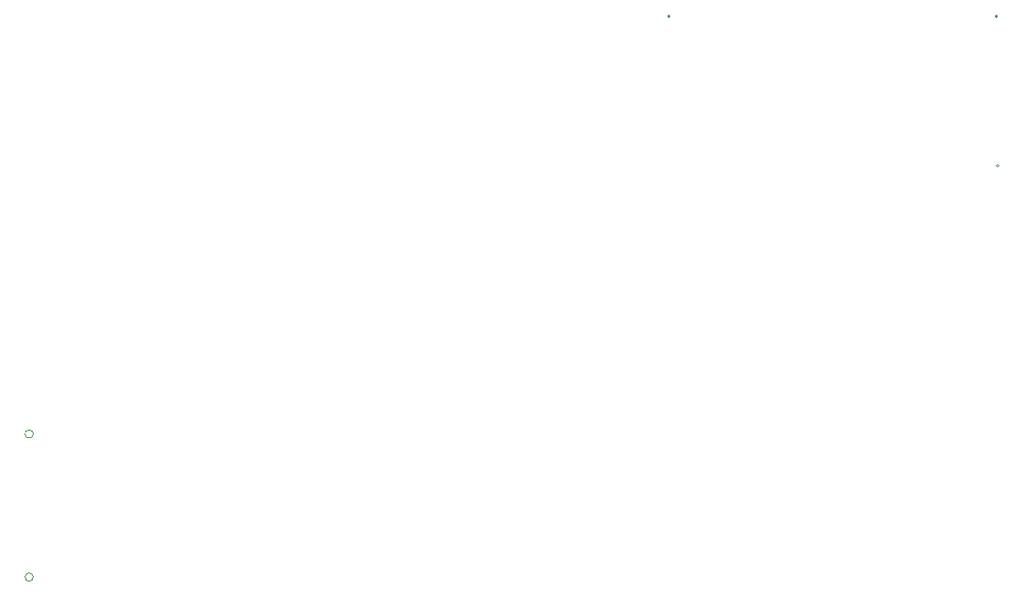
<source format=gbr>
%TF.GenerationSoftware,KiCad,Pcbnew,(6.0.5)*%
%TF.CreationDate,2022-09-04T18:06:33+09:00*%
%TF.ProjectId,LAST SHUTDOWN,4c415354-2053-4485-9554-444f574e2e6b,rev?*%
%TF.SameCoordinates,Original*%
%TF.FileFunction,Legend,Bot*%
%TF.FilePolarity,Positive*%
%FSLAX46Y46*%
G04 Gerber Fmt 4.6, Leading zero omitted, Abs format (unit mm)*
G04 Created by KiCad (PCBNEW (6.0.5)) date 2022-09-04 18:06:33*
%MOMM*%
%LPD*%
G01*
G04 APERTURE LIST*
%ADD10C,0.120000*%
G04 APERTURE END LIST*
D10*
%TO.C,RELAY_BSPD*%
X148323500Y-68381800D02*
G75*
G03*
X148323500Y-68381800I-127000J0D01*
G01*
%TO.C,RELAY_BMS*%
X117843500Y-68381800D02*
G75*
G03*
X117843500Y-68381800I-127000J0D01*
G01*
%TO.C,J5*%
X58547000Y-107315000D02*
G75*
G03*
X58547000Y-107315000I-381000J0D01*
G01*
%TO.C,RELAY_IMD*%
X148450500Y-82351800D02*
G75*
G03*
X148450500Y-82351800I-127000J0D01*
G01*
%TO.C,J1*%
X58547000Y-120650000D02*
G75*
G03*
X58547000Y-120650000I-381000J0D01*
G01*
%TD*%
M02*

</source>
